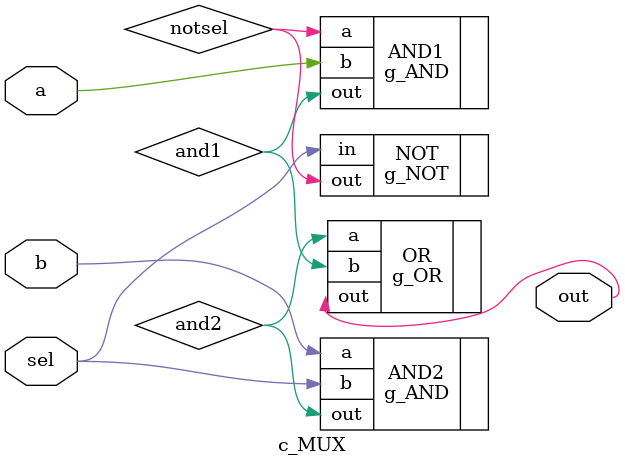
<source format=v>

module c_MUX
(
    input  a, b, sel,
    output out
);

wire notsel, and1, and2;

g_NOT NOT  ( .in(sel),             .out(notsel) );
g_AND AND1 ( .a(notsel), .b(a),    .out(and1)   );
g_AND AND2 ( .a(b),      .b(sel),  .out(and2)   );
g_OR  OR   ( .a(and2),   .b(and1), .out(out)    );

endmodule

</source>
